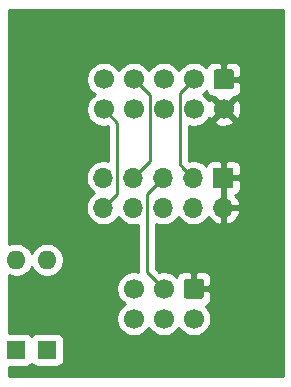
<source format=gbr>
G04 #@! TF.GenerationSoftware,KiCad,Pcbnew,5.1.5+dfsg1-2build2*
G04 #@! TF.CreationDate,2022-03-13T21:16:03-04:00*
G04 #@! TF.ProjectId,RGB_to_hdmi_adapter_coco3,5247425f-746f-45f6-9864-6d695f616461,rev?*
G04 #@! TF.SameCoordinates,Original*
G04 #@! TF.FileFunction,Copper,L2,Bot*
G04 #@! TF.FilePolarity,Positive*
%FSLAX46Y46*%
G04 Gerber Fmt 4.6, Leading zero omitted, Abs format (unit mm)*
G04 Created by KiCad (PCBNEW 5.1.5+dfsg1-2build2) date 2022-03-13 21:16:03*
%MOMM*%
%LPD*%
G04 APERTURE LIST*
%ADD10O,1.600000X1.600000*%
%ADD11R,1.600000X1.600000*%
%ADD12C,0.100000*%
%ADD13C,1.700000*%
%ADD14R,1.700000X1.700000*%
%ADD15O,1.700000X1.700000*%
%ADD16C,0.800000*%
%ADD17C,0.250000*%
%ADD18C,0.254000*%
G04 APERTURE END LIST*
D10*
X123350000Y-137700000D03*
D11*
X123350000Y-145320000D03*
X125950000Y-145320000D03*
D10*
X125950000Y-137700000D03*
G04 #@! TA.AperFunction,ComponentPad*
D12*
G36*
X141524504Y-121576204D02*
G01*
X141548773Y-121579804D01*
X141572571Y-121585765D01*
X141595671Y-121594030D01*
X141617849Y-121604520D01*
X141638893Y-121617133D01*
X141658598Y-121631747D01*
X141676777Y-121648223D01*
X141693253Y-121666402D01*
X141707867Y-121686107D01*
X141720480Y-121707151D01*
X141730970Y-121729329D01*
X141739235Y-121752429D01*
X141745196Y-121776227D01*
X141748796Y-121800496D01*
X141750000Y-121825000D01*
X141750000Y-123025000D01*
X141748796Y-123049504D01*
X141745196Y-123073773D01*
X141739235Y-123097571D01*
X141730970Y-123120671D01*
X141720480Y-123142849D01*
X141707867Y-123163893D01*
X141693253Y-123183598D01*
X141676777Y-123201777D01*
X141658598Y-123218253D01*
X141638893Y-123232867D01*
X141617849Y-123245480D01*
X141595671Y-123255970D01*
X141572571Y-123264235D01*
X141548773Y-123270196D01*
X141524504Y-123273796D01*
X141500000Y-123275000D01*
X140300000Y-123275000D01*
X140275496Y-123273796D01*
X140251227Y-123270196D01*
X140227429Y-123264235D01*
X140204329Y-123255970D01*
X140182151Y-123245480D01*
X140161107Y-123232867D01*
X140141402Y-123218253D01*
X140123223Y-123201777D01*
X140106747Y-123183598D01*
X140092133Y-123163893D01*
X140079520Y-123142849D01*
X140069030Y-123120671D01*
X140060765Y-123097571D01*
X140054804Y-123073773D01*
X140051204Y-123049504D01*
X140050000Y-123025000D01*
X140050000Y-121825000D01*
X140051204Y-121800496D01*
X140054804Y-121776227D01*
X140060765Y-121752429D01*
X140069030Y-121729329D01*
X140079520Y-121707151D01*
X140092133Y-121686107D01*
X140106747Y-121666402D01*
X140123223Y-121648223D01*
X140141402Y-121631747D01*
X140161107Y-121617133D01*
X140182151Y-121604520D01*
X140204329Y-121594030D01*
X140227429Y-121585765D01*
X140251227Y-121579804D01*
X140275496Y-121576204D01*
X140300000Y-121575000D01*
X141500000Y-121575000D01*
X141524504Y-121576204D01*
G37*
G04 #@! TD.AperFunction*
D13*
X138360000Y-122425000D03*
X135820000Y-122425000D03*
X133280000Y-122425000D03*
X130740000Y-122425000D03*
X140900000Y-124965000D03*
X138360000Y-124965000D03*
X135820000Y-124965000D03*
X133280000Y-124965000D03*
X130740000Y-124965000D03*
D14*
X140870000Y-130750000D03*
D15*
X140870000Y-133290000D03*
X138330000Y-130750000D03*
X138330000Y-133290000D03*
X135790000Y-130750000D03*
X135790000Y-133290000D03*
X133250000Y-130750000D03*
X133250000Y-133290000D03*
X130710000Y-130750000D03*
X130710000Y-133290000D03*
G04 #@! TA.AperFunction,ComponentPad*
D12*
G36*
X138989504Y-139301204D02*
G01*
X139013773Y-139304804D01*
X139037571Y-139310765D01*
X139060671Y-139319030D01*
X139082849Y-139329520D01*
X139103893Y-139342133D01*
X139123598Y-139356747D01*
X139141777Y-139373223D01*
X139158253Y-139391402D01*
X139172867Y-139411107D01*
X139185480Y-139432151D01*
X139195970Y-139454329D01*
X139204235Y-139477429D01*
X139210196Y-139501227D01*
X139213796Y-139525496D01*
X139215000Y-139550000D01*
X139215000Y-140750000D01*
X139213796Y-140774504D01*
X139210196Y-140798773D01*
X139204235Y-140822571D01*
X139195970Y-140845671D01*
X139185480Y-140867849D01*
X139172867Y-140888893D01*
X139158253Y-140908598D01*
X139141777Y-140926777D01*
X139123598Y-140943253D01*
X139103893Y-140957867D01*
X139082849Y-140970480D01*
X139060671Y-140980970D01*
X139037571Y-140989235D01*
X139013773Y-140995196D01*
X138989504Y-140998796D01*
X138965000Y-141000000D01*
X137765000Y-141000000D01*
X137740496Y-140998796D01*
X137716227Y-140995196D01*
X137692429Y-140989235D01*
X137669329Y-140980970D01*
X137647151Y-140970480D01*
X137626107Y-140957867D01*
X137606402Y-140943253D01*
X137588223Y-140926777D01*
X137571747Y-140908598D01*
X137557133Y-140888893D01*
X137544520Y-140867849D01*
X137534030Y-140845671D01*
X137525765Y-140822571D01*
X137519804Y-140798773D01*
X137516204Y-140774504D01*
X137515000Y-140750000D01*
X137515000Y-139550000D01*
X137516204Y-139525496D01*
X137519804Y-139501227D01*
X137525765Y-139477429D01*
X137534030Y-139454329D01*
X137544520Y-139432151D01*
X137557133Y-139411107D01*
X137571747Y-139391402D01*
X137588223Y-139373223D01*
X137606402Y-139356747D01*
X137626107Y-139342133D01*
X137647151Y-139329520D01*
X137669329Y-139319030D01*
X137692429Y-139310765D01*
X137716227Y-139304804D01*
X137740496Y-139301204D01*
X137765000Y-139300000D01*
X138965000Y-139300000D01*
X138989504Y-139301204D01*
G37*
G04 #@! TD.AperFunction*
D13*
X135825000Y-140150000D03*
X133285000Y-140150000D03*
X138365000Y-142690000D03*
X135825000Y-142690000D03*
X133285000Y-142690000D03*
D16*
X129900000Y-140950000D03*
X127075000Y-134300000D03*
D17*
X137480001Y-129900001D02*
X138330000Y-130750000D01*
X137184999Y-129604999D02*
X137480001Y-129900001D01*
X137184999Y-123600001D02*
X137184999Y-129604999D01*
X138360000Y-122425000D02*
X137184999Y-123600001D01*
X134425001Y-138750001D02*
X134975001Y-139300001D01*
X134425001Y-132114999D02*
X134425001Y-138750001D01*
X134975001Y-139300001D02*
X135825000Y-140150000D01*
X135790000Y-130750000D02*
X134425001Y-132114999D01*
X134099999Y-129900001D02*
X133250000Y-130750000D01*
X134644999Y-129355001D02*
X134099999Y-129900001D01*
X134644999Y-123789999D02*
X134644999Y-129355001D01*
X133280000Y-122425000D02*
X134644999Y-123789999D01*
X131559999Y-132440001D02*
X130710000Y-133290000D01*
X131885001Y-132114999D02*
X131559999Y-132440001D01*
X131885001Y-126110001D02*
X131885001Y-132114999D01*
X130740000Y-124965000D02*
X131885001Y-126110001D01*
D18*
G36*
X145940000Y-147565000D02*
G01*
X122735000Y-147565000D01*
X122735000Y-146758072D01*
X124150000Y-146758072D01*
X124274482Y-146745812D01*
X124394180Y-146709502D01*
X124504494Y-146650537D01*
X124601185Y-146571185D01*
X124650000Y-146511704D01*
X124698815Y-146571185D01*
X124795506Y-146650537D01*
X124905820Y-146709502D01*
X125025518Y-146745812D01*
X125150000Y-146758072D01*
X126750000Y-146758072D01*
X126874482Y-146745812D01*
X126994180Y-146709502D01*
X127104494Y-146650537D01*
X127201185Y-146571185D01*
X127280537Y-146474494D01*
X127339502Y-146364180D01*
X127375812Y-146244482D01*
X127388072Y-146120000D01*
X127388072Y-144520000D01*
X127375812Y-144395518D01*
X127339502Y-144275820D01*
X127280537Y-144165506D01*
X127201185Y-144068815D01*
X127104494Y-143989463D01*
X126994180Y-143930498D01*
X126874482Y-143894188D01*
X126750000Y-143881928D01*
X125150000Y-143881928D01*
X125025518Y-143894188D01*
X124905820Y-143930498D01*
X124795506Y-143989463D01*
X124698815Y-144068815D01*
X124650000Y-144128296D01*
X124601185Y-144068815D01*
X124504494Y-143989463D01*
X124394180Y-143930498D01*
X124274482Y-143894188D01*
X124150000Y-143881928D01*
X122735000Y-143881928D01*
X122735000Y-138998491D01*
X122931426Y-139079853D01*
X123208665Y-139135000D01*
X123491335Y-139135000D01*
X123768574Y-139079853D01*
X124029727Y-138971680D01*
X124264759Y-138814637D01*
X124464637Y-138614759D01*
X124621680Y-138379727D01*
X124650000Y-138311356D01*
X124678320Y-138379727D01*
X124835363Y-138614759D01*
X125035241Y-138814637D01*
X125270273Y-138971680D01*
X125531426Y-139079853D01*
X125808665Y-139135000D01*
X126091335Y-139135000D01*
X126368574Y-139079853D01*
X126629727Y-138971680D01*
X126864759Y-138814637D01*
X127064637Y-138614759D01*
X127221680Y-138379727D01*
X127329853Y-138118574D01*
X127385000Y-137841335D01*
X127385000Y-137558665D01*
X127329853Y-137281426D01*
X127221680Y-137020273D01*
X127064637Y-136785241D01*
X126864759Y-136585363D01*
X126629727Y-136428320D01*
X126368574Y-136320147D01*
X126091335Y-136265000D01*
X125808665Y-136265000D01*
X125531426Y-136320147D01*
X125270273Y-136428320D01*
X125035241Y-136585363D01*
X124835363Y-136785241D01*
X124678320Y-137020273D01*
X124650000Y-137088644D01*
X124621680Y-137020273D01*
X124464637Y-136785241D01*
X124264759Y-136585363D01*
X124029727Y-136428320D01*
X123768574Y-136320147D01*
X123491335Y-136265000D01*
X123208665Y-136265000D01*
X122931426Y-136320147D01*
X122735000Y-136401509D01*
X122735000Y-130603740D01*
X129225000Y-130603740D01*
X129225000Y-130896260D01*
X129282068Y-131183158D01*
X129394010Y-131453411D01*
X129556525Y-131696632D01*
X129763368Y-131903475D01*
X129937760Y-132020000D01*
X129763368Y-132136525D01*
X129556525Y-132343368D01*
X129394010Y-132586589D01*
X129282068Y-132856842D01*
X129225000Y-133143740D01*
X129225000Y-133436260D01*
X129282068Y-133723158D01*
X129394010Y-133993411D01*
X129556525Y-134236632D01*
X129763368Y-134443475D01*
X130006589Y-134605990D01*
X130276842Y-134717932D01*
X130563740Y-134775000D01*
X130856260Y-134775000D01*
X131143158Y-134717932D01*
X131413411Y-134605990D01*
X131656632Y-134443475D01*
X131863475Y-134236632D01*
X131980000Y-134062240D01*
X132096525Y-134236632D01*
X132303368Y-134443475D01*
X132546589Y-134605990D01*
X132816842Y-134717932D01*
X133103740Y-134775000D01*
X133396260Y-134775000D01*
X133665001Y-134721544D01*
X133665002Y-138711495D01*
X133431260Y-138665000D01*
X133138740Y-138665000D01*
X132851842Y-138722068D01*
X132581589Y-138834010D01*
X132338368Y-138996525D01*
X132131525Y-139203368D01*
X131969010Y-139446589D01*
X131857068Y-139716842D01*
X131800000Y-140003740D01*
X131800000Y-140296260D01*
X131857068Y-140583158D01*
X131969010Y-140853411D01*
X132131525Y-141096632D01*
X132338368Y-141303475D01*
X132512760Y-141420000D01*
X132338368Y-141536525D01*
X132131525Y-141743368D01*
X131969010Y-141986589D01*
X131857068Y-142256842D01*
X131800000Y-142543740D01*
X131800000Y-142836260D01*
X131857068Y-143123158D01*
X131969010Y-143393411D01*
X132131525Y-143636632D01*
X132338368Y-143843475D01*
X132581589Y-144005990D01*
X132851842Y-144117932D01*
X133138740Y-144175000D01*
X133431260Y-144175000D01*
X133718158Y-144117932D01*
X133988411Y-144005990D01*
X134231632Y-143843475D01*
X134438475Y-143636632D01*
X134555000Y-143462240D01*
X134671525Y-143636632D01*
X134878368Y-143843475D01*
X135121589Y-144005990D01*
X135391842Y-144117932D01*
X135678740Y-144175000D01*
X135971260Y-144175000D01*
X136258158Y-144117932D01*
X136528411Y-144005990D01*
X136771632Y-143843475D01*
X136978475Y-143636632D01*
X137095000Y-143462240D01*
X137211525Y-143636632D01*
X137418368Y-143843475D01*
X137661589Y-144005990D01*
X137931842Y-144117932D01*
X138218740Y-144175000D01*
X138511260Y-144175000D01*
X138798158Y-144117932D01*
X139068411Y-144005990D01*
X139311632Y-143843475D01*
X139518475Y-143636632D01*
X139680990Y-143393411D01*
X139792932Y-143123158D01*
X139850000Y-142836260D01*
X139850000Y-142543740D01*
X139792932Y-142256842D01*
X139680990Y-141986589D01*
X139518475Y-141743368D01*
X139386620Y-141611513D01*
X139459180Y-141589502D01*
X139569494Y-141530537D01*
X139666185Y-141451185D01*
X139745537Y-141354494D01*
X139804502Y-141244180D01*
X139840812Y-141124482D01*
X139853072Y-141000000D01*
X139850000Y-140435750D01*
X139691250Y-140277000D01*
X138492000Y-140277000D01*
X138492000Y-140297000D01*
X138238000Y-140297000D01*
X138238000Y-140277000D01*
X138218000Y-140277000D01*
X138218000Y-140023000D01*
X138238000Y-140023000D01*
X138238000Y-138823750D01*
X138492000Y-138823750D01*
X138492000Y-140023000D01*
X139691250Y-140023000D01*
X139850000Y-139864250D01*
X139853072Y-139300000D01*
X139840812Y-139175518D01*
X139804502Y-139055820D01*
X139745537Y-138945506D01*
X139666185Y-138848815D01*
X139569494Y-138769463D01*
X139459180Y-138710498D01*
X139339482Y-138674188D01*
X139215000Y-138661928D01*
X138650750Y-138665000D01*
X138492000Y-138823750D01*
X138238000Y-138823750D01*
X138079250Y-138665000D01*
X137515000Y-138661928D01*
X137390518Y-138674188D01*
X137270820Y-138710498D01*
X137160506Y-138769463D01*
X137063815Y-138848815D01*
X136984463Y-138945506D01*
X136925498Y-139055820D01*
X136903487Y-139128380D01*
X136771632Y-138996525D01*
X136528411Y-138834010D01*
X136258158Y-138722068D01*
X135971260Y-138665000D01*
X135678740Y-138665000D01*
X135458593Y-138708790D01*
X135185001Y-138435199D01*
X135185001Y-134646753D01*
X135356842Y-134717932D01*
X135643740Y-134775000D01*
X135936260Y-134775000D01*
X136223158Y-134717932D01*
X136493411Y-134605990D01*
X136736632Y-134443475D01*
X136943475Y-134236632D01*
X137060000Y-134062240D01*
X137176525Y-134236632D01*
X137383368Y-134443475D01*
X137626589Y-134605990D01*
X137896842Y-134717932D01*
X138183740Y-134775000D01*
X138476260Y-134775000D01*
X138763158Y-134717932D01*
X139033411Y-134605990D01*
X139276632Y-134443475D01*
X139483475Y-134236632D01*
X139605195Y-134054466D01*
X139674822Y-134171355D01*
X139869731Y-134387588D01*
X140103080Y-134561641D01*
X140365901Y-134686825D01*
X140513110Y-134731476D01*
X140743000Y-134610155D01*
X140743000Y-133417000D01*
X140997000Y-133417000D01*
X140997000Y-134610155D01*
X141226890Y-134731476D01*
X141374099Y-134686825D01*
X141636920Y-134561641D01*
X141870269Y-134387588D01*
X142065178Y-134171355D01*
X142214157Y-133921252D01*
X142311481Y-133646891D01*
X142190814Y-133417000D01*
X140997000Y-133417000D01*
X140743000Y-133417000D01*
X140723000Y-133417000D01*
X140723000Y-133163000D01*
X140743000Y-133163000D01*
X140743000Y-130877000D01*
X140997000Y-130877000D01*
X140997000Y-133163000D01*
X142190814Y-133163000D01*
X142311481Y-132933109D01*
X142214157Y-132658748D01*
X142065178Y-132408645D01*
X141888374Y-132212498D01*
X141964180Y-132189502D01*
X142074494Y-132130537D01*
X142171185Y-132051185D01*
X142250537Y-131954494D01*
X142309502Y-131844180D01*
X142345812Y-131724482D01*
X142358072Y-131600000D01*
X142355000Y-131035750D01*
X142196250Y-130877000D01*
X140997000Y-130877000D01*
X140743000Y-130877000D01*
X140723000Y-130877000D01*
X140723000Y-130623000D01*
X140743000Y-130623000D01*
X140743000Y-129423750D01*
X140997000Y-129423750D01*
X140997000Y-130623000D01*
X142196250Y-130623000D01*
X142355000Y-130464250D01*
X142358072Y-129900000D01*
X142345812Y-129775518D01*
X142309502Y-129655820D01*
X142250537Y-129545506D01*
X142171185Y-129448815D01*
X142074494Y-129369463D01*
X141964180Y-129310498D01*
X141844482Y-129274188D01*
X141720000Y-129261928D01*
X141155750Y-129265000D01*
X140997000Y-129423750D01*
X140743000Y-129423750D01*
X140584250Y-129265000D01*
X140020000Y-129261928D01*
X139895518Y-129274188D01*
X139775820Y-129310498D01*
X139665506Y-129369463D01*
X139568815Y-129448815D01*
X139489463Y-129545506D01*
X139430498Y-129655820D01*
X139408487Y-129728380D01*
X139276632Y-129596525D01*
X139033411Y-129434010D01*
X138763158Y-129322068D01*
X138476260Y-129265000D01*
X138183740Y-129265000D01*
X137963592Y-129308791D01*
X137944999Y-129290198D01*
X137944999Y-126396544D01*
X138213740Y-126450000D01*
X138506260Y-126450000D01*
X138793158Y-126392932D01*
X139063411Y-126280990D01*
X139306632Y-126118475D01*
X139431710Y-125993397D01*
X140051208Y-125993397D01*
X140128843Y-126242472D01*
X140392883Y-126368371D01*
X140676411Y-126440339D01*
X140968531Y-126455611D01*
X141258019Y-126413599D01*
X141533747Y-126315919D01*
X141671157Y-126242472D01*
X141748792Y-125993397D01*
X140900000Y-125144605D01*
X140051208Y-125993397D01*
X139431710Y-125993397D01*
X139513475Y-125911632D01*
X139629311Y-125738271D01*
X139871603Y-125813792D01*
X140720395Y-124965000D01*
X141079605Y-124965000D01*
X141928397Y-125813792D01*
X142177472Y-125736157D01*
X142303371Y-125472117D01*
X142375339Y-125188589D01*
X142390611Y-124896469D01*
X142348599Y-124606981D01*
X142250919Y-124331253D01*
X142177472Y-124193843D01*
X141928397Y-124116208D01*
X141079605Y-124965000D01*
X140720395Y-124965000D01*
X139871603Y-124116208D01*
X139629311Y-124191729D01*
X139513475Y-124018368D01*
X139306632Y-123811525D01*
X139132240Y-123695000D01*
X139306632Y-123578475D01*
X139438487Y-123446620D01*
X139460498Y-123519180D01*
X139519463Y-123629494D01*
X139598815Y-123726185D01*
X139695506Y-123805537D01*
X139805820Y-123864502D01*
X139925518Y-123900812D01*
X140050000Y-123913072D01*
X140058557Y-123913025D01*
X140051208Y-123936603D01*
X140900000Y-124785395D01*
X141748792Y-123936603D01*
X141741443Y-123913025D01*
X141750000Y-123913072D01*
X141874482Y-123900812D01*
X141994180Y-123864502D01*
X142104494Y-123805537D01*
X142201185Y-123726185D01*
X142280537Y-123629494D01*
X142339502Y-123519180D01*
X142375812Y-123399482D01*
X142388072Y-123275000D01*
X142385000Y-122710750D01*
X142226250Y-122552000D01*
X141027000Y-122552000D01*
X141027000Y-122572000D01*
X140773000Y-122572000D01*
X140773000Y-122552000D01*
X140753000Y-122552000D01*
X140753000Y-122298000D01*
X140773000Y-122298000D01*
X140773000Y-121098750D01*
X141027000Y-121098750D01*
X141027000Y-122298000D01*
X142226250Y-122298000D01*
X142385000Y-122139250D01*
X142388072Y-121575000D01*
X142375812Y-121450518D01*
X142339502Y-121330820D01*
X142280537Y-121220506D01*
X142201185Y-121123815D01*
X142104494Y-121044463D01*
X141994180Y-120985498D01*
X141874482Y-120949188D01*
X141750000Y-120936928D01*
X141185750Y-120940000D01*
X141027000Y-121098750D01*
X140773000Y-121098750D01*
X140614250Y-120940000D01*
X140050000Y-120936928D01*
X139925518Y-120949188D01*
X139805820Y-120985498D01*
X139695506Y-121044463D01*
X139598815Y-121123815D01*
X139519463Y-121220506D01*
X139460498Y-121330820D01*
X139438487Y-121403380D01*
X139306632Y-121271525D01*
X139063411Y-121109010D01*
X138793158Y-120997068D01*
X138506260Y-120940000D01*
X138213740Y-120940000D01*
X137926842Y-120997068D01*
X137656589Y-121109010D01*
X137413368Y-121271525D01*
X137206525Y-121478368D01*
X137090000Y-121652760D01*
X136973475Y-121478368D01*
X136766632Y-121271525D01*
X136523411Y-121109010D01*
X136253158Y-120997068D01*
X135966260Y-120940000D01*
X135673740Y-120940000D01*
X135386842Y-120997068D01*
X135116589Y-121109010D01*
X134873368Y-121271525D01*
X134666525Y-121478368D01*
X134550000Y-121652760D01*
X134433475Y-121478368D01*
X134226632Y-121271525D01*
X133983411Y-121109010D01*
X133713158Y-120997068D01*
X133426260Y-120940000D01*
X133133740Y-120940000D01*
X132846842Y-120997068D01*
X132576589Y-121109010D01*
X132333368Y-121271525D01*
X132126525Y-121478368D01*
X132010000Y-121652760D01*
X131893475Y-121478368D01*
X131686632Y-121271525D01*
X131443411Y-121109010D01*
X131173158Y-120997068D01*
X130886260Y-120940000D01*
X130593740Y-120940000D01*
X130306842Y-120997068D01*
X130036589Y-121109010D01*
X129793368Y-121271525D01*
X129586525Y-121478368D01*
X129424010Y-121721589D01*
X129312068Y-121991842D01*
X129255000Y-122278740D01*
X129255000Y-122571260D01*
X129312068Y-122858158D01*
X129424010Y-123128411D01*
X129586525Y-123371632D01*
X129793368Y-123578475D01*
X129967760Y-123695000D01*
X129793368Y-123811525D01*
X129586525Y-124018368D01*
X129424010Y-124261589D01*
X129312068Y-124531842D01*
X129255000Y-124818740D01*
X129255000Y-125111260D01*
X129312068Y-125398158D01*
X129424010Y-125668411D01*
X129586525Y-125911632D01*
X129793368Y-126118475D01*
X130036589Y-126280990D01*
X130306842Y-126392932D01*
X130593740Y-126450000D01*
X130886260Y-126450000D01*
X131106408Y-126406210D01*
X131125001Y-126424803D01*
X131125002Y-129318456D01*
X130856260Y-129265000D01*
X130563740Y-129265000D01*
X130276842Y-129322068D01*
X130006589Y-129434010D01*
X129763368Y-129596525D01*
X129556525Y-129803368D01*
X129394010Y-130046589D01*
X129282068Y-130316842D01*
X129225000Y-130603740D01*
X122735000Y-130603740D01*
X122735000Y-116560000D01*
X145940001Y-116560000D01*
X145940000Y-147565000D01*
G37*
X145940000Y-147565000D02*
X122735000Y-147565000D01*
X122735000Y-146758072D01*
X124150000Y-146758072D01*
X124274482Y-146745812D01*
X124394180Y-146709502D01*
X124504494Y-146650537D01*
X124601185Y-146571185D01*
X124650000Y-146511704D01*
X124698815Y-146571185D01*
X124795506Y-146650537D01*
X124905820Y-146709502D01*
X125025518Y-146745812D01*
X125150000Y-146758072D01*
X126750000Y-146758072D01*
X126874482Y-146745812D01*
X126994180Y-146709502D01*
X127104494Y-146650537D01*
X127201185Y-146571185D01*
X127280537Y-146474494D01*
X127339502Y-146364180D01*
X127375812Y-146244482D01*
X127388072Y-146120000D01*
X127388072Y-144520000D01*
X127375812Y-144395518D01*
X127339502Y-144275820D01*
X127280537Y-144165506D01*
X127201185Y-144068815D01*
X127104494Y-143989463D01*
X126994180Y-143930498D01*
X126874482Y-143894188D01*
X126750000Y-143881928D01*
X125150000Y-143881928D01*
X125025518Y-143894188D01*
X124905820Y-143930498D01*
X124795506Y-143989463D01*
X124698815Y-144068815D01*
X124650000Y-144128296D01*
X124601185Y-144068815D01*
X124504494Y-143989463D01*
X124394180Y-143930498D01*
X124274482Y-143894188D01*
X124150000Y-143881928D01*
X122735000Y-143881928D01*
X122735000Y-138998491D01*
X122931426Y-139079853D01*
X123208665Y-139135000D01*
X123491335Y-139135000D01*
X123768574Y-139079853D01*
X124029727Y-138971680D01*
X124264759Y-138814637D01*
X124464637Y-138614759D01*
X124621680Y-138379727D01*
X124650000Y-138311356D01*
X124678320Y-138379727D01*
X124835363Y-138614759D01*
X125035241Y-138814637D01*
X125270273Y-138971680D01*
X125531426Y-139079853D01*
X125808665Y-139135000D01*
X126091335Y-139135000D01*
X126368574Y-139079853D01*
X126629727Y-138971680D01*
X126864759Y-138814637D01*
X127064637Y-138614759D01*
X127221680Y-138379727D01*
X127329853Y-138118574D01*
X127385000Y-137841335D01*
X127385000Y-137558665D01*
X127329853Y-137281426D01*
X127221680Y-137020273D01*
X127064637Y-136785241D01*
X126864759Y-136585363D01*
X126629727Y-136428320D01*
X126368574Y-136320147D01*
X126091335Y-136265000D01*
X125808665Y-136265000D01*
X125531426Y-136320147D01*
X125270273Y-136428320D01*
X125035241Y-136585363D01*
X124835363Y-136785241D01*
X124678320Y-137020273D01*
X124650000Y-137088644D01*
X124621680Y-137020273D01*
X124464637Y-136785241D01*
X124264759Y-136585363D01*
X124029727Y-136428320D01*
X123768574Y-136320147D01*
X123491335Y-136265000D01*
X123208665Y-136265000D01*
X122931426Y-136320147D01*
X122735000Y-136401509D01*
X122735000Y-130603740D01*
X129225000Y-130603740D01*
X129225000Y-130896260D01*
X129282068Y-131183158D01*
X129394010Y-131453411D01*
X129556525Y-131696632D01*
X129763368Y-131903475D01*
X129937760Y-132020000D01*
X129763368Y-132136525D01*
X129556525Y-132343368D01*
X129394010Y-132586589D01*
X129282068Y-132856842D01*
X129225000Y-133143740D01*
X129225000Y-133436260D01*
X129282068Y-133723158D01*
X129394010Y-133993411D01*
X129556525Y-134236632D01*
X129763368Y-134443475D01*
X130006589Y-134605990D01*
X130276842Y-134717932D01*
X130563740Y-134775000D01*
X130856260Y-134775000D01*
X131143158Y-134717932D01*
X131413411Y-134605990D01*
X131656632Y-134443475D01*
X131863475Y-134236632D01*
X131980000Y-134062240D01*
X132096525Y-134236632D01*
X132303368Y-134443475D01*
X132546589Y-134605990D01*
X132816842Y-134717932D01*
X133103740Y-134775000D01*
X133396260Y-134775000D01*
X133665001Y-134721544D01*
X133665002Y-138711495D01*
X133431260Y-138665000D01*
X133138740Y-138665000D01*
X132851842Y-138722068D01*
X132581589Y-138834010D01*
X132338368Y-138996525D01*
X132131525Y-139203368D01*
X131969010Y-139446589D01*
X131857068Y-139716842D01*
X131800000Y-140003740D01*
X131800000Y-140296260D01*
X131857068Y-140583158D01*
X131969010Y-140853411D01*
X132131525Y-141096632D01*
X132338368Y-141303475D01*
X132512760Y-141420000D01*
X132338368Y-141536525D01*
X132131525Y-141743368D01*
X131969010Y-141986589D01*
X131857068Y-142256842D01*
X131800000Y-142543740D01*
X131800000Y-142836260D01*
X131857068Y-143123158D01*
X131969010Y-143393411D01*
X132131525Y-143636632D01*
X132338368Y-143843475D01*
X132581589Y-144005990D01*
X132851842Y-144117932D01*
X133138740Y-144175000D01*
X133431260Y-144175000D01*
X133718158Y-144117932D01*
X133988411Y-144005990D01*
X134231632Y-143843475D01*
X134438475Y-143636632D01*
X134555000Y-143462240D01*
X134671525Y-143636632D01*
X134878368Y-143843475D01*
X135121589Y-144005990D01*
X135391842Y-144117932D01*
X135678740Y-144175000D01*
X135971260Y-144175000D01*
X136258158Y-144117932D01*
X136528411Y-144005990D01*
X136771632Y-143843475D01*
X136978475Y-143636632D01*
X137095000Y-143462240D01*
X137211525Y-143636632D01*
X137418368Y-143843475D01*
X137661589Y-144005990D01*
X137931842Y-144117932D01*
X138218740Y-144175000D01*
X138511260Y-144175000D01*
X138798158Y-144117932D01*
X139068411Y-144005990D01*
X139311632Y-143843475D01*
X139518475Y-143636632D01*
X139680990Y-143393411D01*
X139792932Y-143123158D01*
X139850000Y-142836260D01*
X139850000Y-142543740D01*
X139792932Y-142256842D01*
X139680990Y-141986589D01*
X139518475Y-141743368D01*
X139386620Y-141611513D01*
X139459180Y-141589502D01*
X139569494Y-141530537D01*
X139666185Y-141451185D01*
X139745537Y-141354494D01*
X139804502Y-141244180D01*
X139840812Y-141124482D01*
X139853072Y-141000000D01*
X139850000Y-140435750D01*
X139691250Y-140277000D01*
X138492000Y-140277000D01*
X138492000Y-140297000D01*
X138238000Y-140297000D01*
X138238000Y-140277000D01*
X138218000Y-140277000D01*
X138218000Y-140023000D01*
X138238000Y-140023000D01*
X138238000Y-138823750D01*
X138492000Y-138823750D01*
X138492000Y-140023000D01*
X139691250Y-140023000D01*
X139850000Y-139864250D01*
X139853072Y-139300000D01*
X139840812Y-139175518D01*
X139804502Y-139055820D01*
X139745537Y-138945506D01*
X139666185Y-138848815D01*
X139569494Y-138769463D01*
X139459180Y-138710498D01*
X139339482Y-138674188D01*
X139215000Y-138661928D01*
X138650750Y-138665000D01*
X138492000Y-138823750D01*
X138238000Y-138823750D01*
X138079250Y-138665000D01*
X137515000Y-138661928D01*
X137390518Y-138674188D01*
X137270820Y-138710498D01*
X137160506Y-138769463D01*
X137063815Y-138848815D01*
X136984463Y-138945506D01*
X136925498Y-139055820D01*
X136903487Y-139128380D01*
X136771632Y-138996525D01*
X136528411Y-138834010D01*
X136258158Y-138722068D01*
X135971260Y-138665000D01*
X135678740Y-138665000D01*
X135458593Y-138708790D01*
X135185001Y-138435199D01*
X135185001Y-134646753D01*
X135356842Y-134717932D01*
X135643740Y-134775000D01*
X135936260Y-134775000D01*
X136223158Y-134717932D01*
X136493411Y-134605990D01*
X136736632Y-134443475D01*
X136943475Y-134236632D01*
X137060000Y-134062240D01*
X137176525Y-134236632D01*
X137383368Y-134443475D01*
X137626589Y-134605990D01*
X137896842Y-134717932D01*
X138183740Y-134775000D01*
X138476260Y-134775000D01*
X138763158Y-134717932D01*
X139033411Y-134605990D01*
X139276632Y-134443475D01*
X139483475Y-134236632D01*
X139605195Y-134054466D01*
X139674822Y-134171355D01*
X139869731Y-134387588D01*
X140103080Y-134561641D01*
X140365901Y-134686825D01*
X140513110Y-134731476D01*
X140743000Y-134610155D01*
X140743000Y-133417000D01*
X140997000Y-133417000D01*
X140997000Y-134610155D01*
X141226890Y-134731476D01*
X141374099Y-134686825D01*
X141636920Y-134561641D01*
X141870269Y-134387588D01*
X142065178Y-134171355D01*
X142214157Y-133921252D01*
X142311481Y-133646891D01*
X142190814Y-133417000D01*
X140997000Y-133417000D01*
X140743000Y-133417000D01*
X140723000Y-133417000D01*
X140723000Y-133163000D01*
X140743000Y-133163000D01*
X140743000Y-130877000D01*
X140997000Y-130877000D01*
X140997000Y-133163000D01*
X142190814Y-133163000D01*
X142311481Y-132933109D01*
X142214157Y-132658748D01*
X142065178Y-132408645D01*
X141888374Y-132212498D01*
X141964180Y-132189502D01*
X142074494Y-132130537D01*
X142171185Y-132051185D01*
X142250537Y-131954494D01*
X142309502Y-131844180D01*
X142345812Y-131724482D01*
X142358072Y-131600000D01*
X142355000Y-131035750D01*
X142196250Y-130877000D01*
X140997000Y-130877000D01*
X140743000Y-130877000D01*
X140723000Y-130877000D01*
X140723000Y-130623000D01*
X140743000Y-130623000D01*
X140743000Y-129423750D01*
X140997000Y-129423750D01*
X140997000Y-130623000D01*
X142196250Y-130623000D01*
X142355000Y-130464250D01*
X142358072Y-129900000D01*
X142345812Y-129775518D01*
X142309502Y-129655820D01*
X142250537Y-129545506D01*
X142171185Y-129448815D01*
X142074494Y-129369463D01*
X141964180Y-129310498D01*
X141844482Y-129274188D01*
X141720000Y-129261928D01*
X141155750Y-129265000D01*
X140997000Y-129423750D01*
X140743000Y-129423750D01*
X140584250Y-129265000D01*
X140020000Y-129261928D01*
X139895518Y-129274188D01*
X139775820Y-129310498D01*
X139665506Y-129369463D01*
X139568815Y-129448815D01*
X139489463Y-129545506D01*
X139430498Y-129655820D01*
X139408487Y-129728380D01*
X139276632Y-129596525D01*
X139033411Y-129434010D01*
X138763158Y-129322068D01*
X138476260Y-129265000D01*
X138183740Y-129265000D01*
X137963592Y-129308791D01*
X137944999Y-129290198D01*
X137944999Y-126396544D01*
X138213740Y-126450000D01*
X138506260Y-126450000D01*
X138793158Y-126392932D01*
X139063411Y-126280990D01*
X139306632Y-126118475D01*
X139431710Y-125993397D01*
X140051208Y-125993397D01*
X140128843Y-126242472D01*
X140392883Y-126368371D01*
X140676411Y-126440339D01*
X140968531Y-126455611D01*
X141258019Y-126413599D01*
X141533747Y-126315919D01*
X141671157Y-126242472D01*
X141748792Y-125993397D01*
X140900000Y-125144605D01*
X140051208Y-125993397D01*
X139431710Y-125993397D01*
X139513475Y-125911632D01*
X139629311Y-125738271D01*
X139871603Y-125813792D01*
X140720395Y-124965000D01*
X141079605Y-124965000D01*
X141928397Y-125813792D01*
X142177472Y-125736157D01*
X142303371Y-125472117D01*
X142375339Y-125188589D01*
X142390611Y-124896469D01*
X142348599Y-124606981D01*
X142250919Y-124331253D01*
X142177472Y-124193843D01*
X141928397Y-124116208D01*
X141079605Y-124965000D01*
X140720395Y-124965000D01*
X139871603Y-124116208D01*
X139629311Y-124191729D01*
X139513475Y-124018368D01*
X139306632Y-123811525D01*
X139132240Y-123695000D01*
X139306632Y-123578475D01*
X139438487Y-123446620D01*
X139460498Y-123519180D01*
X139519463Y-123629494D01*
X139598815Y-123726185D01*
X139695506Y-123805537D01*
X139805820Y-123864502D01*
X139925518Y-123900812D01*
X140050000Y-123913072D01*
X140058557Y-123913025D01*
X140051208Y-123936603D01*
X140900000Y-124785395D01*
X141748792Y-123936603D01*
X141741443Y-123913025D01*
X141750000Y-123913072D01*
X141874482Y-123900812D01*
X141994180Y-123864502D01*
X142104494Y-123805537D01*
X142201185Y-123726185D01*
X142280537Y-123629494D01*
X142339502Y-123519180D01*
X142375812Y-123399482D01*
X142388072Y-123275000D01*
X142385000Y-122710750D01*
X142226250Y-122552000D01*
X141027000Y-122552000D01*
X141027000Y-122572000D01*
X140773000Y-122572000D01*
X140773000Y-122552000D01*
X140753000Y-122552000D01*
X140753000Y-122298000D01*
X140773000Y-122298000D01*
X140773000Y-121098750D01*
X141027000Y-121098750D01*
X141027000Y-122298000D01*
X142226250Y-122298000D01*
X142385000Y-122139250D01*
X142388072Y-121575000D01*
X142375812Y-121450518D01*
X142339502Y-121330820D01*
X142280537Y-121220506D01*
X142201185Y-121123815D01*
X142104494Y-121044463D01*
X141994180Y-120985498D01*
X141874482Y-120949188D01*
X141750000Y-120936928D01*
X141185750Y-120940000D01*
X141027000Y-121098750D01*
X140773000Y-121098750D01*
X140614250Y-120940000D01*
X140050000Y-120936928D01*
X139925518Y-120949188D01*
X139805820Y-120985498D01*
X139695506Y-121044463D01*
X139598815Y-121123815D01*
X139519463Y-121220506D01*
X139460498Y-121330820D01*
X139438487Y-121403380D01*
X139306632Y-121271525D01*
X139063411Y-121109010D01*
X138793158Y-120997068D01*
X138506260Y-120940000D01*
X138213740Y-120940000D01*
X137926842Y-120997068D01*
X137656589Y-121109010D01*
X137413368Y-121271525D01*
X137206525Y-121478368D01*
X137090000Y-121652760D01*
X136973475Y-121478368D01*
X136766632Y-121271525D01*
X136523411Y-121109010D01*
X136253158Y-120997068D01*
X135966260Y-120940000D01*
X135673740Y-120940000D01*
X135386842Y-120997068D01*
X135116589Y-121109010D01*
X134873368Y-121271525D01*
X134666525Y-121478368D01*
X134550000Y-121652760D01*
X134433475Y-121478368D01*
X134226632Y-121271525D01*
X133983411Y-121109010D01*
X133713158Y-120997068D01*
X133426260Y-120940000D01*
X133133740Y-120940000D01*
X132846842Y-120997068D01*
X132576589Y-121109010D01*
X132333368Y-121271525D01*
X132126525Y-121478368D01*
X132010000Y-121652760D01*
X131893475Y-121478368D01*
X131686632Y-121271525D01*
X131443411Y-121109010D01*
X131173158Y-120997068D01*
X130886260Y-120940000D01*
X130593740Y-120940000D01*
X130306842Y-120997068D01*
X130036589Y-121109010D01*
X129793368Y-121271525D01*
X129586525Y-121478368D01*
X129424010Y-121721589D01*
X129312068Y-121991842D01*
X129255000Y-122278740D01*
X129255000Y-122571260D01*
X129312068Y-122858158D01*
X129424010Y-123128411D01*
X129586525Y-123371632D01*
X129793368Y-123578475D01*
X129967760Y-123695000D01*
X129793368Y-123811525D01*
X129586525Y-124018368D01*
X129424010Y-124261589D01*
X129312068Y-124531842D01*
X129255000Y-124818740D01*
X129255000Y-125111260D01*
X129312068Y-125398158D01*
X129424010Y-125668411D01*
X129586525Y-125911632D01*
X129793368Y-126118475D01*
X130036589Y-126280990D01*
X130306842Y-126392932D01*
X130593740Y-126450000D01*
X130886260Y-126450000D01*
X131106408Y-126406210D01*
X131125001Y-126424803D01*
X131125002Y-129318456D01*
X130856260Y-129265000D01*
X130563740Y-129265000D01*
X130276842Y-129322068D01*
X130006589Y-129434010D01*
X129763368Y-129596525D01*
X129556525Y-129803368D01*
X129394010Y-130046589D01*
X129282068Y-130316842D01*
X129225000Y-130603740D01*
X122735000Y-130603740D01*
X122735000Y-116560000D01*
X145940001Y-116560000D01*
X145940000Y-147565000D01*
M02*

</source>
